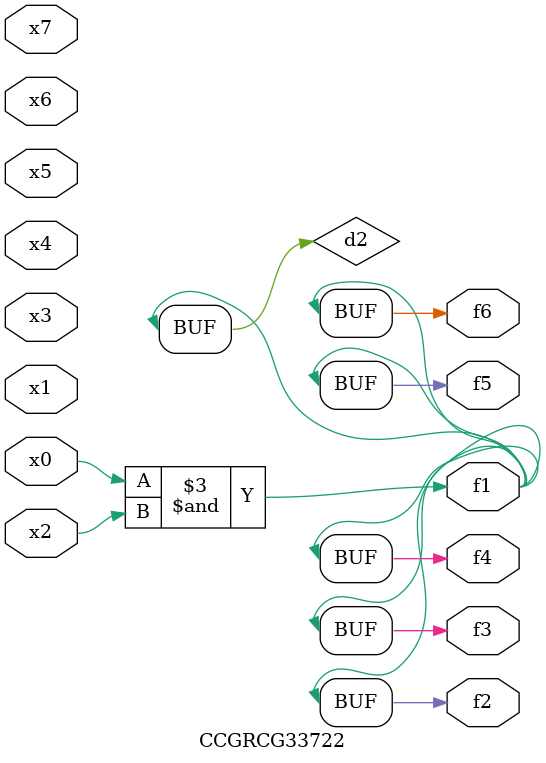
<source format=v>
module CCGRCG33722(
	input x0, x1, x2, x3, x4, x5, x6, x7,
	output f1, f2, f3, f4, f5, f6
);

	wire d1, d2;

	nor (d1, x3, x6);
	and (d2, x0, x2);
	assign f1 = d2;
	assign f2 = d2;
	assign f3 = d2;
	assign f4 = d2;
	assign f5 = d2;
	assign f6 = d2;
endmodule

</source>
